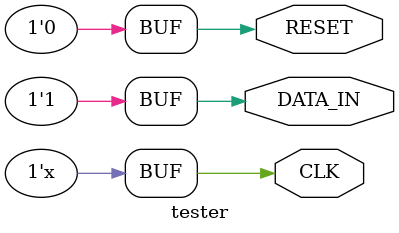
<source format=v>
module tester
  (
   output reg DATA_IN,
   output reg RESET,
   output reg CLK
   );

   initial
     begin
	CLK = 0;
	RESET = 0;
	#5 RESET = 1;
	#4 RESET = 0;
	#2 DATA_IN = 1;
	#2 DATA_IN = 0;
	#2 DATA_IN = 1;
	#2 DATA_IN = 0;
	#2 DATA_IN = 1;
	#2 DATA_IN = 1;
	#2 DATA_IN = 0;
	#2 DATA_IN = 1;
	#2 DATA_IN = 0;

	#2 DATA_IN = 1;
	#2 DATA_IN = 1;
	#2 DATA_IN = 1;
	#2 DATA_IN = 1;
	#2 DATA_IN = 0;
	#2 DATA_IN = 0;
	#2 DATA_IN = 1;
	#2 DATA_IN = 1;
	#2 DATA_IN = 1;
	#2 DATA_IN = 1;


	#2 DATA_IN = 1;
	#2 DATA_IN = 0;
	#2 DATA_IN = 1;
	#2 DATA_IN = 0;
	#2 DATA_IN = 1;
	#2 DATA_IN = 0;
	#2 DATA_IN = 1;
	#2 DATA_IN = 0;
	#2 DATA_IN = 1;
	#2 DATA_IN = 0;

	#2 DATA_IN = 0;
	#2 DATA_IN = 0;
	#2 DATA_IN = 0;
	#2 DATA_IN = 0;
	#2 DATA_IN = 1;
	#2 DATA_IN = 1;
	#2 DATA_IN = 0;
	#2 DATA_IN = 0;
	#2 DATA_IN = 0;
	#2 DATA_IN = 0;

	#2 DATA_IN = 0;
	#2 DATA_IN = 1;
	#2 DATA_IN = 0;
	#2 DATA_IN = 1;
	#2 DATA_IN = 0;
	#2 DATA_IN = 1;
	#2 DATA_IN = 0;
	#2 DATA_IN = 1;
	#2 DATA_IN = 0;
	#2 DATA_IN = 1;
     end

   always
     begin
	#1 CLK = ~CLK;
     end

endmodule

</source>
